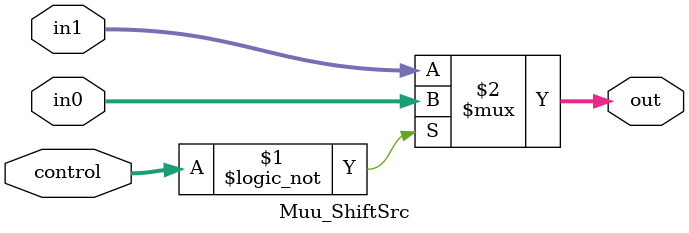
<source format=v>
module Muu_ShiftSrc(
    input wire [31:0] in0,
    input wire  [31:0] in1,
    input wire [1:0] control,
    output wire [31:0] out
    );

    assign out = (control == 2'b00) ? in0:
                 in1;
                 
endmodule
</source>
